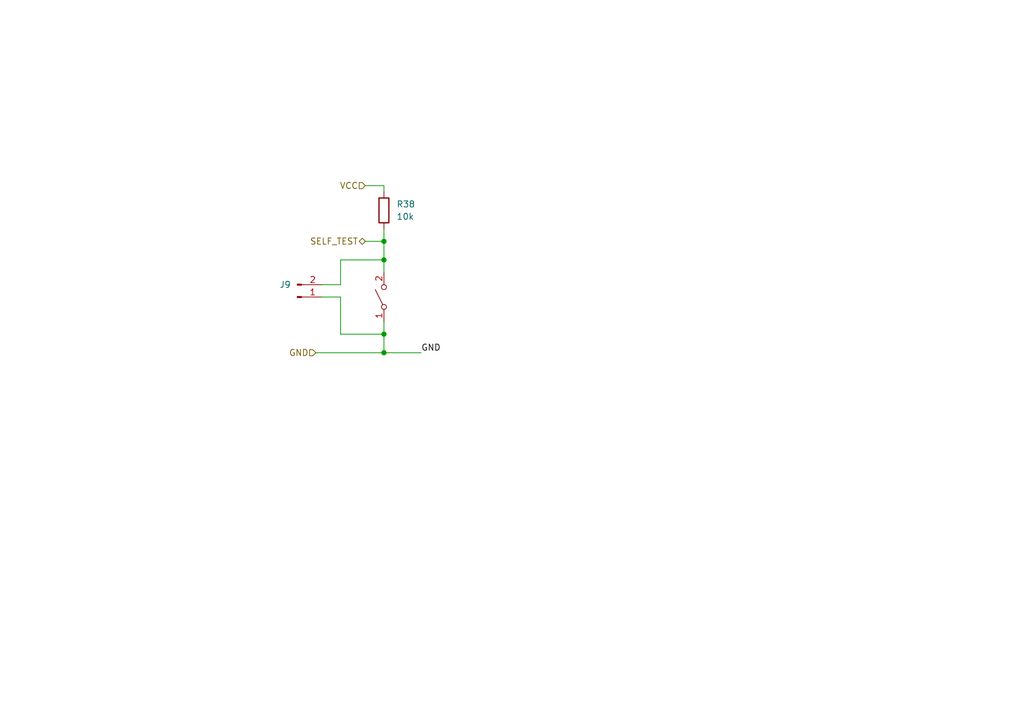
<source format=kicad_sch>
(kicad_sch (version 20231120) (generator "eeschema") (generator_version "8.0")
  (paper "A5")
  (title_block (title "REset") (date "2024-04-17") (rev "1.0"))
  (lib_symbols
    (symbol "Connector:Conn_01x02_Pin" (pin_names (offset 1.016) hide)
      (property "Reference" "J" (at 0 2.54 0))
      (property "Value" "Conn_01x02_Pin" (at 0 -5.08 0))
      (symbol "Conn_01x02_Pin_1_1"
        (polyline (pts (xy 1.27 -2.54) (xy 0.8636 -2.54)) (stroke (width 0.1524)))
        (polyline (pts (xy 1.27 0) (xy 0.8636 0)) (stroke (width 0.1524)))
        (rectangle (start 0.8636 -2.413) (end 0 -2.667) (stroke (width 0.1524)) (fill (type outline)))
        (rectangle (start 0.8636 0.127) (end 0 -0.127) (stroke (width 0.1524)) (fill (type outline)))
        (pin passive line (at 5.08 0 180) (length 3.81) (name "Pin_1") (number "1"))
        (pin passive line (at 5.08 -2.54 180) (length 3.81) (name "Pin_2") (number "2"))
      )
    )
    (symbol "Device:R" (pin_numbers hide) (pin_names (offset 0))
      (property "Reference" "R" (at 2.032 0 90))
      (property "Value" "R" (at 0 0 90))
      (symbol "R_0_1"
        (rectangle (start -1.016 -2.54) (end 1.016 2.54) (stroke (width 0.254)))
      )
      (symbol "R_1_1"
        (pin passive line (at 0 3.81 270) (length 1.27) (name "~") (number "1"))
        (pin passive line (at 0 -3.81 90) (length 1.27) (name "~") (number "2"))
      )
    )
    (symbol "Switch:SW_DPST_x2" (pin_names (offset 0) hide)
      (property "Reference" "SW" (at 0 3.175 0))
      (property "Value" "SW_DPST_x2" (at 0 -2.54 0))
      (symbol "SW_DPST_x2_0_0"
        (circle (center -2.032 0) (radius 0.508))
        (polyline (pts (xy -1.524 0.254) (xy 1.524 1.778)))
        (circle (center 2.032 0) (radius 0.508))
      )
      (symbol "SW_DPST_x2_1_1"
        (pin passive line (at -5.08 0 0) (length 2.54) (name "A") (number "1"))
        (pin passive line (at 5.08 0 180) (length 2.54) (name "B") (number "2"))
      )
      (symbol "SW_DPST_x2_2_1"
        (pin passive line (at -5.08 0 0) (length 2.54) (name "A") (number "3"))
        (pin passive line (at 5.08 0 180) (length 2.54) (name "B") (number "4"))
      )
    )
  )
  (junction (at 78.74 72.39))
  (junction (at 78.74 53.34))
  (junction (at 78.74 49.53))
  (junction (at 78.74 68.58))
  (wire (pts (xy 69.85 68.58) (xy 78.74 68.58)))
  (wire (pts (xy 66.04 60.96) (xy 69.85 60.96)))
  (wire (pts (xy 69.85 60.96) (xy 69.85 68.58)))
  (wire (pts (xy 69.85 58.42) (xy 69.85 53.34)))
  (wire (pts (xy 78.74 39.37) (xy 78.74 38.1)))
  (wire (pts (xy 78.74 46.99) (xy 78.74 49.53)))
  (wire (pts (xy 78.74 66.04) (xy 78.74 68.58)))
  (wire (pts (xy 69.85 53.34) (xy 78.74 53.34)))
  (wire (pts (xy 78.74 72.39) (xy 86.36 72.39)))
  (wire (pts (xy 64.77 72.39) (xy 78.74 72.39)))
  (wire (pts (xy 78.74 49.53) (xy 74.93 49.53)))
  (wire (pts (xy 74.93 38.1) (xy 78.74 38.1)))
  (wire (pts (xy 78.74 53.34) (xy 78.74 55.88)))
  (wire (pts (xy 66.04 58.42) (xy 69.85 58.42)))
  (wire (pts (xy 78.74 49.53) (xy 78.74 53.34)))
  (wire (pts (xy 78.74 68.58) (xy 78.74 72.39)))
  (label "GND" (at 86.36 72.39 0))
  (hierarchical_label "SELF_TEST" (shape bidirectional) (at 74.93 49.53 180))
  (hierarchical_label "GND" (shape input) (at 64.77 72.39 180))
  (hierarchical_label "VCC" (shape input) (at 74.93 38.1 180))
  (symbol (lib_id "Switch:SW_DPST_x2") (at 78.74 60.96 90) (unit 1)
    (property "Reference" "SW2" (effects (hide yes)))
    (property "Value" "PB_SMD_12V_50MA_6MM_6MM" (effects (hide yes)))
    (property "Footprint" "Button_Switch_SMD:SW_Push_1P1T_NO_CK_KSC7xxJ" (effects (hide yes)))
    (property "Description" "Single Pole Single Throw (SPST) switch, separate symbol" (effects (hide yes)))
  )
  (symbol (lib_id "Device:R") (at 78.74 43.18 0) (unit 1)
    (property "Reference" "R38" (at 81.28 41.91 0) (effects (justify left)))
    (property "Value" "10k" (at 81.28 44.45 0) (effects (justify left)))
    (property "Footprint" "Resistor_SMD:R_0603_1608Metric" (effects (hide yes)))
  )
  (symbol (lib_id "Connector:Conn_01x02_Pin") (at 60.96 60.96 0) (mirror x) (unit 1)
    (property "Reference" "J9" (at 59.69 58.4199 0) (effects (justify right)))
    (property "Value" "KF128-2.54_2P" (effects (hide yes)))
    (property "Footprint" "TerminalBlock_Phoenix:TerminalBlock_Phoenix_MPT-0,5-2-2.54_1x02_P2.54mm_Horizontal" (effects (hide yes)))
  )
)
</source>
